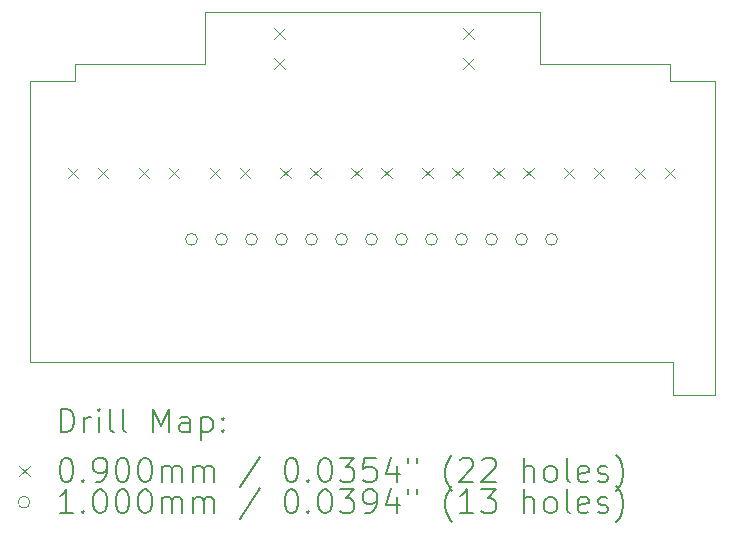
<source format=gbr>
%TF.GenerationSoftware,KiCad,Pcbnew,8.0.1*%
%TF.CreationDate,2024-06-04T21:42:47+02:00*%
%TF.ProjectId,BMW E30 VFL SI Indicator,424d5720-4533-4302-9056-464c20534920,rev?*%
%TF.SameCoordinates,Original*%
%TF.FileFunction,Drillmap*%
%TF.FilePolarity,Positive*%
%FSLAX45Y45*%
G04 Gerber Fmt 4.5, Leading zero omitted, Abs format (unit mm)*
G04 Created by KiCad (PCBNEW 8.0.1) date 2024-06-04 21:42:47*
%MOMM*%
%LPD*%
G01*
G04 APERTURE LIST*
%ADD10C,0.050000*%
%ADD11C,0.200000*%
%ADD12C,0.100000*%
G04 APERTURE END LIST*
D10*
X12520000Y-7820000D02*
X12520000Y-7680000D01*
X17940000Y-10480000D02*
X17940000Y-7820000D01*
X17580000Y-10200000D02*
X17580000Y-10480000D01*
X13620000Y-7240000D02*
X16460000Y-7240000D01*
X17560000Y-7820000D02*
X17560000Y-7680000D01*
X16460000Y-7680000D02*
X16460000Y-7240000D01*
X12140000Y-7820000D02*
X12520000Y-7820000D01*
X17580000Y-10480000D02*
X17940000Y-10480000D01*
X17940000Y-7820000D02*
X17560000Y-7820000D01*
X17560000Y-7680000D02*
X16460000Y-7680000D01*
X12520000Y-7680000D02*
X13620000Y-7680000D01*
X12140000Y-10200000D02*
X12140000Y-7820000D01*
X12140000Y-10200000D02*
X17580000Y-10200000D01*
X13620000Y-7680000D02*
X13620000Y-7240000D01*
D11*
D12*
X12458500Y-8555000D02*
X12548500Y-8645000D01*
X12548500Y-8555000D02*
X12458500Y-8645000D01*
X12712500Y-8555000D02*
X12802500Y-8645000D01*
X12802500Y-8555000D02*
X12712500Y-8645000D01*
X13058500Y-8555000D02*
X13148500Y-8645000D01*
X13148500Y-8555000D02*
X13058500Y-8645000D01*
X13312500Y-8555000D02*
X13402500Y-8645000D01*
X13402500Y-8555000D02*
X13312500Y-8645000D01*
X13658500Y-8555000D02*
X13748500Y-8645000D01*
X13748500Y-8555000D02*
X13658500Y-8645000D01*
X13912500Y-8555000D02*
X14002500Y-8645000D01*
X14002500Y-8555000D02*
X13912500Y-8645000D01*
X14205000Y-7371000D02*
X14295000Y-7461000D01*
X14295000Y-7371000D02*
X14205000Y-7461000D01*
X14205000Y-7625000D02*
X14295000Y-7715000D01*
X14295000Y-7625000D02*
X14205000Y-7715000D01*
X14258500Y-8555000D02*
X14348500Y-8645000D01*
X14348500Y-8555000D02*
X14258500Y-8645000D01*
X14512500Y-8555000D02*
X14602500Y-8645000D01*
X14602500Y-8555000D02*
X14512500Y-8645000D01*
X14858500Y-8555000D02*
X14948500Y-8645000D01*
X14948500Y-8555000D02*
X14858500Y-8645000D01*
X15112500Y-8555000D02*
X15202500Y-8645000D01*
X15202500Y-8555000D02*
X15112500Y-8645000D01*
X15458500Y-8555000D02*
X15548500Y-8645000D01*
X15548500Y-8555000D02*
X15458500Y-8645000D01*
X15712500Y-8555000D02*
X15802500Y-8645000D01*
X15802500Y-8555000D02*
X15712500Y-8645000D01*
X15805000Y-7371000D02*
X15895000Y-7461000D01*
X15895000Y-7371000D02*
X15805000Y-7461000D01*
X15805000Y-7625000D02*
X15895000Y-7715000D01*
X15895000Y-7625000D02*
X15805000Y-7715000D01*
X16058500Y-8555000D02*
X16148500Y-8645000D01*
X16148500Y-8555000D02*
X16058500Y-8645000D01*
X16312500Y-8555000D02*
X16402500Y-8645000D01*
X16402500Y-8555000D02*
X16312500Y-8645000D01*
X16658500Y-8555000D02*
X16748500Y-8645000D01*
X16748500Y-8555000D02*
X16658500Y-8645000D01*
X16912500Y-8555000D02*
X17002500Y-8645000D01*
X17002500Y-8555000D02*
X16912500Y-8645000D01*
X17258500Y-8555000D02*
X17348500Y-8645000D01*
X17348500Y-8555000D02*
X17258500Y-8645000D01*
X17512500Y-8555000D02*
X17602500Y-8645000D01*
X17602500Y-8555000D02*
X17512500Y-8645000D01*
X13556000Y-9160000D02*
G75*
G02*
X13456000Y-9160000I-50000J0D01*
G01*
X13456000Y-9160000D02*
G75*
G02*
X13556000Y-9160000I50000J0D01*
G01*
X13810000Y-9160000D02*
G75*
G02*
X13710000Y-9160000I-50000J0D01*
G01*
X13710000Y-9160000D02*
G75*
G02*
X13810000Y-9160000I50000J0D01*
G01*
X14064000Y-9160000D02*
G75*
G02*
X13964000Y-9160000I-50000J0D01*
G01*
X13964000Y-9160000D02*
G75*
G02*
X14064000Y-9160000I50000J0D01*
G01*
X14318000Y-9160000D02*
G75*
G02*
X14218000Y-9160000I-50000J0D01*
G01*
X14218000Y-9160000D02*
G75*
G02*
X14318000Y-9160000I50000J0D01*
G01*
X14572000Y-9160000D02*
G75*
G02*
X14472000Y-9160000I-50000J0D01*
G01*
X14472000Y-9160000D02*
G75*
G02*
X14572000Y-9160000I50000J0D01*
G01*
X14826000Y-9160000D02*
G75*
G02*
X14726000Y-9160000I-50000J0D01*
G01*
X14726000Y-9160000D02*
G75*
G02*
X14826000Y-9160000I50000J0D01*
G01*
X15080000Y-9160000D02*
G75*
G02*
X14980000Y-9160000I-50000J0D01*
G01*
X14980000Y-9160000D02*
G75*
G02*
X15080000Y-9160000I50000J0D01*
G01*
X15334000Y-9160000D02*
G75*
G02*
X15234000Y-9160000I-50000J0D01*
G01*
X15234000Y-9160000D02*
G75*
G02*
X15334000Y-9160000I50000J0D01*
G01*
X15588000Y-9160000D02*
G75*
G02*
X15488000Y-9160000I-50000J0D01*
G01*
X15488000Y-9160000D02*
G75*
G02*
X15588000Y-9160000I50000J0D01*
G01*
X15842000Y-9160000D02*
G75*
G02*
X15742000Y-9160000I-50000J0D01*
G01*
X15742000Y-9160000D02*
G75*
G02*
X15842000Y-9160000I50000J0D01*
G01*
X16096000Y-9160000D02*
G75*
G02*
X15996000Y-9160000I-50000J0D01*
G01*
X15996000Y-9160000D02*
G75*
G02*
X16096000Y-9160000I50000J0D01*
G01*
X16350000Y-9160000D02*
G75*
G02*
X16250000Y-9160000I-50000J0D01*
G01*
X16250000Y-9160000D02*
G75*
G02*
X16350000Y-9160000I50000J0D01*
G01*
X16604000Y-9160000D02*
G75*
G02*
X16504000Y-9160000I-50000J0D01*
G01*
X16504000Y-9160000D02*
G75*
G02*
X16604000Y-9160000I50000J0D01*
G01*
D11*
X12398277Y-10793984D02*
X12398277Y-10593984D01*
X12398277Y-10593984D02*
X12445896Y-10593984D01*
X12445896Y-10593984D02*
X12474467Y-10603508D01*
X12474467Y-10603508D02*
X12493515Y-10622555D01*
X12493515Y-10622555D02*
X12503039Y-10641603D01*
X12503039Y-10641603D02*
X12512562Y-10679698D01*
X12512562Y-10679698D02*
X12512562Y-10708270D01*
X12512562Y-10708270D02*
X12503039Y-10746365D01*
X12503039Y-10746365D02*
X12493515Y-10765412D01*
X12493515Y-10765412D02*
X12474467Y-10784460D01*
X12474467Y-10784460D02*
X12445896Y-10793984D01*
X12445896Y-10793984D02*
X12398277Y-10793984D01*
X12598277Y-10793984D02*
X12598277Y-10660650D01*
X12598277Y-10698746D02*
X12607801Y-10679698D01*
X12607801Y-10679698D02*
X12617324Y-10670174D01*
X12617324Y-10670174D02*
X12636372Y-10660650D01*
X12636372Y-10660650D02*
X12655420Y-10660650D01*
X12722086Y-10793984D02*
X12722086Y-10660650D01*
X12722086Y-10593984D02*
X12712562Y-10603508D01*
X12712562Y-10603508D02*
X12722086Y-10613031D01*
X12722086Y-10613031D02*
X12731610Y-10603508D01*
X12731610Y-10603508D02*
X12722086Y-10593984D01*
X12722086Y-10593984D02*
X12722086Y-10613031D01*
X12845896Y-10793984D02*
X12826848Y-10784460D01*
X12826848Y-10784460D02*
X12817324Y-10765412D01*
X12817324Y-10765412D02*
X12817324Y-10593984D01*
X12950658Y-10793984D02*
X12931610Y-10784460D01*
X12931610Y-10784460D02*
X12922086Y-10765412D01*
X12922086Y-10765412D02*
X12922086Y-10593984D01*
X13179229Y-10793984D02*
X13179229Y-10593984D01*
X13179229Y-10593984D02*
X13245896Y-10736841D01*
X13245896Y-10736841D02*
X13312562Y-10593984D01*
X13312562Y-10593984D02*
X13312562Y-10793984D01*
X13493515Y-10793984D02*
X13493515Y-10689222D01*
X13493515Y-10689222D02*
X13483991Y-10670174D01*
X13483991Y-10670174D02*
X13464943Y-10660650D01*
X13464943Y-10660650D02*
X13426848Y-10660650D01*
X13426848Y-10660650D02*
X13407801Y-10670174D01*
X13493515Y-10784460D02*
X13474467Y-10793984D01*
X13474467Y-10793984D02*
X13426848Y-10793984D01*
X13426848Y-10793984D02*
X13407801Y-10784460D01*
X13407801Y-10784460D02*
X13398277Y-10765412D01*
X13398277Y-10765412D02*
X13398277Y-10746365D01*
X13398277Y-10746365D02*
X13407801Y-10727317D01*
X13407801Y-10727317D02*
X13426848Y-10717793D01*
X13426848Y-10717793D02*
X13474467Y-10717793D01*
X13474467Y-10717793D02*
X13493515Y-10708270D01*
X13588753Y-10660650D02*
X13588753Y-10860650D01*
X13588753Y-10670174D02*
X13607801Y-10660650D01*
X13607801Y-10660650D02*
X13645896Y-10660650D01*
X13645896Y-10660650D02*
X13664943Y-10670174D01*
X13664943Y-10670174D02*
X13674467Y-10679698D01*
X13674467Y-10679698D02*
X13683991Y-10698746D01*
X13683991Y-10698746D02*
X13683991Y-10755889D01*
X13683991Y-10755889D02*
X13674467Y-10774936D01*
X13674467Y-10774936D02*
X13664943Y-10784460D01*
X13664943Y-10784460D02*
X13645896Y-10793984D01*
X13645896Y-10793984D02*
X13607801Y-10793984D01*
X13607801Y-10793984D02*
X13588753Y-10784460D01*
X13769705Y-10774936D02*
X13779229Y-10784460D01*
X13779229Y-10784460D02*
X13769705Y-10793984D01*
X13769705Y-10793984D02*
X13760182Y-10784460D01*
X13760182Y-10784460D02*
X13769705Y-10774936D01*
X13769705Y-10774936D02*
X13769705Y-10793984D01*
X13769705Y-10670174D02*
X13779229Y-10679698D01*
X13779229Y-10679698D02*
X13769705Y-10689222D01*
X13769705Y-10689222D02*
X13760182Y-10679698D01*
X13760182Y-10679698D02*
X13769705Y-10670174D01*
X13769705Y-10670174D02*
X13769705Y-10689222D01*
D12*
X12047500Y-11077500D02*
X12137500Y-11167500D01*
X12137500Y-11077500D02*
X12047500Y-11167500D01*
D11*
X12436372Y-11013984D02*
X12455420Y-11013984D01*
X12455420Y-11013984D02*
X12474467Y-11023508D01*
X12474467Y-11023508D02*
X12483991Y-11033031D01*
X12483991Y-11033031D02*
X12493515Y-11052079D01*
X12493515Y-11052079D02*
X12503039Y-11090174D01*
X12503039Y-11090174D02*
X12503039Y-11137793D01*
X12503039Y-11137793D02*
X12493515Y-11175889D01*
X12493515Y-11175889D02*
X12483991Y-11194936D01*
X12483991Y-11194936D02*
X12474467Y-11204460D01*
X12474467Y-11204460D02*
X12455420Y-11213984D01*
X12455420Y-11213984D02*
X12436372Y-11213984D01*
X12436372Y-11213984D02*
X12417324Y-11204460D01*
X12417324Y-11204460D02*
X12407801Y-11194936D01*
X12407801Y-11194936D02*
X12398277Y-11175889D01*
X12398277Y-11175889D02*
X12388753Y-11137793D01*
X12388753Y-11137793D02*
X12388753Y-11090174D01*
X12388753Y-11090174D02*
X12398277Y-11052079D01*
X12398277Y-11052079D02*
X12407801Y-11033031D01*
X12407801Y-11033031D02*
X12417324Y-11023508D01*
X12417324Y-11023508D02*
X12436372Y-11013984D01*
X12588753Y-11194936D02*
X12598277Y-11204460D01*
X12598277Y-11204460D02*
X12588753Y-11213984D01*
X12588753Y-11213984D02*
X12579229Y-11204460D01*
X12579229Y-11204460D02*
X12588753Y-11194936D01*
X12588753Y-11194936D02*
X12588753Y-11213984D01*
X12693515Y-11213984D02*
X12731610Y-11213984D01*
X12731610Y-11213984D02*
X12750658Y-11204460D01*
X12750658Y-11204460D02*
X12760182Y-11194936D01*
X12760182Y-11194936D02*
X12779229Y-11166365D01*
X12779229Y-11166365D02*
X12788753Y-11128270D01*
X12788753Y-11128270D02*
X12788753Y-11052079D01*
X12788753Y-11052079D02*
X12779229Y-11033031D01*
X12779229Y-11033031D02*
X12769705Y-11023508D01*
X12769705Y-11023508D02*
X12750658Y-11013984D01*
X12750658Y-11013984D02*
X12712562Y-11013984D01*
X12712562Y-11013984D02*
X12693515Y-11023508D01*
X12693515Y-11023508D02*
X12683991Y-11033031D01*
X12683991Y-11033031D02*
X12674467Y-11052079D01*
X12674467Y-11052079D02*
X12674467Y-11099698D01*
X12674467Y-11099698D02*
X12683991Y-11118746D01*
X12683991Y-11118746D02*
X12693515Y-11128270D01*
X12693515Y-11128270D02*
X12712562Y-11137793D01*
X12712562Y-11137793D02*
X12750658Y-11137793D01*
X12750658Y-11137793D02*
X12769705Y-11128270D01*
X12769705Y-11128270D02*
X12779229Y-11118746D01*
X12779229Y-11118746D02*
X12788753Y-11099698D01*
X12912562Y-11013984D02*
X12931610Y-11013984D01*
X12931610Y-11013984D02*
X12950658Y-11023508D01*
X12950658Y-11023508D02*
X12960182Y-11033031D01*
X12960182Y-11033031D02*
X12969705Y-11052079D01*
X12969705Y-11052079D02*
X12979229Y-11090174D01*
X12979229Y-11090174D02*
X12979229Y-11137793D01*
X12979229Y-11137793D02*
X12969705Y-11175889D01*
X12969705Y-11175889D02*
X12960182Y-11194936D01*
X12960182Y-11194936D02*
X12950658Y-11204460D01*
X12950658Y-11204460D02*
X12931610Y-11213984D01*
X12931610Y-11213984D02*
X12912562Y-11213984D01*
X12912562Y-11213984D02*
X12893515Y-11204460D01*
X12893515Y-11204460D02*
X12883991Y-11194936D01*
X12883991Y-11194936D02*
X12874467Y-11175889D01*
X12874467Y-11175889D02*
X12864943Y-11137793D01*
X12864943Y-11137793D02*
X12864943Y-11090174D01*
X12864943Y-11090174D02*
X12874467Y-11052079D01*
X12874467Y-11052079D02*
X12883991Y-11033031D01*
X12883991Y-11033031D02*
X12893515Y-11023508D01*
X12893515Y-11023508D02*
X12912562Y-11013984D01*
X13103039Y-11013984D02*
X13122086Y-11013984D01*
X13122086Y-11013984D02*
X13141134Y-11023508D01*
X13141134Y-11023508D02*
X13150658Y-11033031D01*
X13150658Y-11033031D02*
X13160182Y-11052079D01*
X13160182Y-11052079D02*
X13169705Y-11090174D01*
X13169705Y-11090174D02*
X13169705Y-11137793D01*
X13169705Y-11137793D02*
X13160182Y-11175889D01*
X13160182Y-11175889D02*
X13150658Y-11194936D01*
X13150658Y-11194936D02*
X13141134Y-11204460D01*
X13141134Y-11204460D02*
X13122086Y-11213984D01*
X13122086Y-11213984D02*
X13103039Y-11213984D01*
X13103039Y-11213984D02*
X13083991Y-11204460D01*
X13083991Y-11204460D02*
X13074467Y-11194936D01*
X13074467Y-11194936D02*
X13064943Y-11175889D01*
X13064943Y-11175889D02*
X13055420Y-11137793D01*
X13055420Y-11137793D02*
X13055420Y-11090174D01*
X13055420Y-11090174D02*
X13064943Y-11052079D01*
X13064943Y-11052079D02*
X13074467Y-11033031D01*
X13074467Y-11033031D02*
X13083991Y-11023508D01*
X13083991Y-11023508D02*
X13103039Y-11013984D01*
X13255420Y-11213984D02*
X13255420Y-11080650D01*
X13255420Y-11099698D02*
X13264943Y-11090174D01*
X13264943Y-11090174D02*
X13283991Y-11080650D01*
X13283991Y-11080650D02*
X13312563Y-11080650D01*
X13312563Y-11080650D02*
X13331610Y-11090174D01*
X13331610Y-11090174D02*
X13341134Y-11109222D01*
X13341134Y-11109222D02*
X13341134Y-11213984D01*
X13341134Y-11109222D02*
X13350658Y-11090174D01*
X13350658Y-11090174D02*
X13369705Y-11080650D01*
X13369705Y-11080650D02*
X13398277Y-11080650D01*
X13398277Y-11080650D02*
X13417324Y-11090174D01*
X13417324Y-11090174D02*
X13426848Y-11109222D01*
X13426848Y-11109222D02*
X13426848Y-11213984D01*
X13522086Y-11213984D02*
X13522086Y-11080650D01*
X13522086Y-11099698D02*
X13531610Y-11090174D01*
X13531610Y-11090174D02*
X13550658Y-11080650D01*
X13550658Y-11080650D02*
X13579229Y-11080650D01*
X13579229Y-11080650D02*
X13598277Y-11090174D01*
X13598277Y-11090174D02*
X13607801Y-11109222D01*
X13607801Y-11109222D02*
X13607801Y-11213984D01*
X13607801Y-11109222D02*
X13617324Y-11090174D01*
X13617324Y-11090174D02*
X13636372Y-11080650D01*
X13636372Y-11080650D02*
X13664943Y-11080650D01*
X13664943Y-11080650D02*
X13683991Y-11090174D01*
X13683991Y-11090174D02*
X13693515Y-11109222D01*
X13693515Y-11109222D02*
X13693515Y-11213984D01*
X14083991Y-11004460D02*
X13912563Y-11261603D01*
X14341134Y-11013984D02*
X14360182Y-11013984D01*
X14360182Y-11013984D02*
X14379229Y-11023508D01*
X14379229Y-11023508D02*
X14388753Y-11033031D01*
X14388753Y-11033031D02*
X14398277Y-11052079D01*
X14398277Y-11052079D02*
X14407801Y-11090174D01*
X14407801Y-11090174D02*
X14407801Y-11137793D01*
X14407801Y-11137793D02*
X14398277Y-11175889D01*
X14398277Y-11175889D02*
X14388753Y-11194936D01*
X14388753Y-11194936D02*
X14379229Y-11204460D01*
X14379229Y-11204460D02*
X14360182Y-11213984D01*
X14360182Y-11213984D02*
X14341134Y-11213984D01*
X14341134Y-11213984D02*
X14322086Y-11204460D01*
X14322086Y-11204460D02*
X14312563Y-11194936D01*
X14312563Y-11194936D02*
X14303039Y-11175889D01*
X14303039Y-11175889D02*
X14293515Y-11137793D01*
X14293515Y-11137793D02*
X14293515Y-11090174D01*
X14293515Y-11090174D02*
X14303039Y-11052079D01*
X14303039Y-11052079D02*
X14312563Y-11033031D01*
X14312563Y-11033031D02*
X14322086Y-11023508D01*
X14322086Y-11023508D02*
X14341134Y-11013984D01*
X14493515Y-11194936D02*
X14503039Y-11204460D01*
X14503039Y-11204460D02*
X14493515Y-11213984D01*
X14493515Y-11213984D02*
X14483991Y-11204460D01*
X14483991Y-11204460D02*
X14493515Y-11194936D01*
X14493515Y-11194936D02*
X14493515Y-11213984D01*
X14626848Y-11013984D02*
X14645896Y-11013984D01*
X14645896Y-11013984D02*
X14664944Y-11023508D01*
X14664944Y-11023508D02*
X14674467Y-11033031D01*
X14674467Y-11033031D02*
X14683991Y-11052079D01*
X14683991Y-11052079D02*
X14693515Y-11090174D01*
X14693515Y-11090174D02*
X14693515Y-11137793D01*
X14693515Y-11137793D02*
X14683991Y-11175889D01*
X14683991Y-11175889D02*
X14674467Y-11194936D01*
X14674467Y-11194936D02*
X14664944Y-11204460D01*
X14664944Y-11204460D02*
X14645896Y-11213984D01*
X14645896Y-11213984D02*
X14626848Y-11213984D01*
X14626848Y-11213984D02*
X14607801Y-11204460D01*
X14607801Y-11204460D02*
X14598277Y-11194936D01*
X14598277Y-11194936D02*
X14588753Y-11175889D01*
X14588753Y-11175889D02*
X14579229Y-11137793D01*
X14579229Y-11137793D02*
X14579229Y-11090174D01*
X14579229Y-11090174D02*
X14588753Y-11052079D01*
X14588753Y-11052079D02*
X14598277Y-11033031D01*
X14598277Y-11033031D02*
X14607801Y-11023508D01*
X14607801Y-11023508D02*
X14626848Y-11013984D01*
X14760182Y-11013984D02*
X14883991Y-11013984D01*
X14883991Y-11013984D02*
X14817325Y-11090174D01*
X14817325Y-11090174D02*
X14845896Y-11090174D01*
X14845896Y-11090174D02*
X14864944Y-11099698D01*
X14864944Y-11099698D02*
X14874467Y-11109222D01*
X14874467Y-11109222D02*
X14883991Y-11128270D01*
X14883991Y-11128270D02*
X14883991Y-11175889D01*
X14883991Y-11175889D02*
X14874467Y-11194936D01*
X14874467Y-11194936D02*
X14864944Y-11204460D01*
X14864944Y-11204460D02*
X14845896Y-11213984D01*
X14845896Y-11213984D02*
X14788753Y-11213984D01*
X14788753Y-11213984D02*
X14769706Y-11204460D01*
X14769706Y-11204460D02*
X14760182Y-11194936D01*
X15064944Y-11013984D02*
X14969706Y-11013984D01*
X14969706Y-11013984D02*
X14960182Y-11109222D01*
X14960182Y-11109222D02*
X14969706Y-11099698D01*
X14969706Y-11099698D02*
X14988753Y-11090174D01*
X14988753Y-11090174D02*
X15036372Y-11090174D01*
X15036372Y-11090174D02*
X15055420Y-11099698D01*
X15055420Y-11099698D02*
X15064944Y-11109222D01*
X15064944Y-11109222D02*
X15074467Y-11128270D01*
X15074467Y-11128270D02*
X15074467Y-11175889D01*
X15074467Y-11175889D02*
X15064944Y-11194936D01*
X15064944Y-11194936D02*
X15055420Y-11204460D01*
X15055420Y-11204460D02*
X15036372Y-11213984D01*
X15036372Y-11213984D02*
X14988753Y-11213984D01*
X14988753Y-11213984D02*
X14969706Y-11204460D01*
X14969706Y-11204460D02*
X14960182Y-11194936D01*
X15245896Y-11080650D02*
X15245896Y-11213984D01*
X15198277Y-11004460D02*
X15150658Y-11147317D01*
X15150658Y-11147317D02*
X15274467Y-11147317D01*
X15341134Y-11013984D02*
X15341134Y-11052079D01*
X15417325Y-11013984D02*
X15417325Y-11052079D01*
X15712563Y-11290174D02*
X15703039Y-11280650D01*
X15703039Y-11280650D02*
X15683991Y-11252079D01*
X15683991Y-11252079D02*
X15674468Y-11233031D01*
X15674468Y-11233031D02*
X15664944Y-11204460D01*
X15664944Y-11204460D02*
X15655420Y-11156841D01*
X15655420Y-11156841D02*
X15655420Y-11118746D01*
X15655420Y-11118746D02*
X15664944Y-11071127D01*
X15664944Y-11071127D02*
X15674468Y-11042555D01*
X15674468Y-11042555D02*
X15683991Y-11023508D01*
X15683991Y-11023508D02*
X15703039Y-10994936D01*
X15703039Y-10994936D02*
X15712563Y-10985412D01*
X15779229Y-11033031D02*
X15788753Y-11023508D01*
X15788753Y-11023508D02*
X15807801Y-11013984D01*
X15807801Y-11013984D02*
X15855420Y-11013984D01*
X15855420Y-11013984D02*
X15874468Y-11023508D01*
X15874468Y-11023508D02*
X15883991Y-11033031D01*
X15883991Y-11033031D02*
X15893515Y-11052079D01*
X15893515Y-11052079D02*
X15893515Y-11071127D01*
X15893515Y-11071127D02*
X15883991Y-11099698D01*
X15883991Y-11099698D02*
X15769706Y-11213984D01*
X15769706Y-11213984D02*
X15893515Y-11213984D01*
X15969706Y-11033031D02*
X15979229Y-11023508D01*
X15979229Y-11023508D02*
X15998277Y-11013984D01*
X15998277Y-11013984D02*
X16045896Y-11013984D01*
X16045896Y-11013984D02*
X16064944Y-11023508D01*
X16064944Y-11023508D02*
X16074468Y-11033031D01*
X16074468Y-11033031D02*
X16083991Y-11052079D01*
X16083991Y-11052079D02*
X16083991Y-11071127D01*
X16083991Y-11071127D02*
X16074468Y-11099698D01*
X16074468Y-11099698D02*
X15960182Y-11213984D01*
X15960182Y-11213984D02*
X16083991Y-11213984D01*
X16322087Y-11213984D02*
X16322087Y-11013984D01*
X16407801Y-11213984D02*
X16407801Y-11109222D01*
X16407801Y-11109222D02*
X16398277Y-11090174D01*
X16398277Y-11090174D02*
X16379230Y-11080650D01*
X16379230Y-11080650D02*
X16350658Y-11080650D01*
X16350658Y-11080650D02*
X16331610Y-11090174D01*
X16331610Y-11090174D02*
X16322087Y-11099698D01*
X16531610Y-11213984D02*
X16512563Y-11204460D01*
X16512563Y-11204460D02*
X16503039Y-11194936D01*
X16503039Y-11194936D02*
X16493515Y-11175889D01*
X16493515Y-11175889D02*
X16493515Y-11118746D01*
X16493515Y-11118746D02*
X16503039Y-11099698D01*
X16503039Y-11099698D02*
X16512563Y-11090174D01*
X16512563Y-11090174D02*
X16531610Y-11080650D01*
X16531610Y-11080650D02*
X16560182Y-11080650D01*
X16560182Y-11080650D02*
X16579230Y-11090174D01*
X16579230Y-11090174D02*
X16588753Y-11099698D01*
X16588753Y-11099698D02*
X16598277Y-11118746D01*
X16598277Y-11118746D02*
X16598277Y-11175889D01*
X16598277Y-11175889D02*
X16588753Y-11194936D01*
X16588753Y-11194936D02*
X16579230Y-11204460D01*
X16579230Y-11204460D02*
X16560182Y-11213984D01*
X16560182Y-11213984D02*
X16531610Y-11213984D01*
X16712563Y-11213984D02*
X16693515Y-11204460D01*
X16693515Y-11204460D02*
X16683991Y-11185412D01*
X16683991Y-11185412D02*
X16683991Y-11013984D01*
X16864944Y-11204460D02*
X16845896Y-11213984D01*
X16845896Y-11213984D02*
X16807801Y-11213984D01*
X16807801Y-11213984D02*
X16788753Y-11204460D01*
X16788753Y-11204460D02*
X16779230Y-11185412D01*
X16779230Y-11185412D02*
X16779230Y-11109222D01*
X16779230Y-11109222D02*
X16788753Y-11090174D01*
X16788753Y-11090174D02*
X16807801Y-11080650D01*
X16807801Y-11080650D02*
X16845896Y-11080650D01*
X16845896Y-11080650D02*
X16864944Y-11090174D01*
X16864944Y-11090174D02*
X16874468Y-11109222D01*
X16874468Y-11109222D02*
X16874468Y-11128270D01*
X16874468Y-11128270D02*
X16779230Y-11147317D01*
X16950658Y-11204460D02*
X16969706Y-11213984D01*
X16969706Y-11213984D02*
X17007801Y-11213984D01*
X17007801Y-11213984D02*
X17026849Y-11204460D01*
X17026849Y-11204460D02*
X17036373Y-11185412D01*
X17036373Y-11185412D02*
X17036373Y-11175889D01*
X17036373Y-11175889D02*
X17026849Y-11156841D01*
X17026849Y-11156841D02*
X17007801Y-11147317D01*
X17007801Y-11147317D02*
X16979230Y-11147317D01*
X16979230Y-11147317D02*
X16960182Y-11137793D01*
X16960182Y-11137793D02*
X16950658Y-11118746D01*
X16950658Y-11118746D02*
X16950658Y-11109222D01*
X16950658Y-11109222D02*
X16960182Y-11090174D01*
X16960182Y-11090174D02*
X16979230Y-11080650D01*
X16979230Y-11080650D02*
X17007801Y-11080650D01*
X17007801Y-11080650D02*
X17026849Y-11090174D01*
X17103039Y-11290174D02*
X17112563Y-11280650D01*
X17112563Y-11280650D02*
X17131611Y-11252079D01*
X17131611Y-11252079D02*
X17141134Y-11233031D01*
X17141134Y-11233031D02*
X17150658Y-11204460D01*
X17150658Y-11204460D02*
X17160182Y-11156841D01*
X17160182Y-11156841D02*
X17160182Y-11118746D01*
X17160182Y-11118746D02*
X17150658Y-11071127D01*
X17150658Y-11071127D02*
X17141134Y-11042555D01*
X17141134Y-11042555D02*
X17131611Y-11023508D01*
X17131611Y-11023508D02*
X17112563Y-10994936D01*
X17112563Y-10994936D02*
X17103039Y-10985412D01*
D12*
X12137500Y-11386500D02*
G75*
G02*
X12037500Y-11386500I-50000J0D01*
G01*
X12037500Y-11386500D02*
G75*
G02*
X12137500Y-11386500I50000J0D01*
G01*
D11*
X12503039Y-11477984D02*
X12388753Y-11477984D01*
X12445896Y-11477984D02*
X12445896Y-11277984D01*
X12445896Y-11277984D02*
X12426848Y-11306555D01*
X12426848Y-11306555D02*
X12407801Y-11325603D01*
X12407801Y-11325603D02*
X12388753Y-11335127D01*
X12588753Y-11458936D02*
X12598277Y-11468460D01*
X12598277Y-11468460D02*
X12588753Y-11477984D01*
X12588753Y-11477984D02*
X12579229Y-11468460D01*
X12579229Y-11468460D02*
X12588753Y-11458936D01*
X12588753Y-11458936D02*
X12588753Y-11477984D01*
X12722086Y-11277984D02*
X12741134Y-11277984D01*
X12741134Y-11277984D02*
X12760182Y-11287508D01*
X12760182Y-11287508D02*
X12769705Y-11297031D01*
X12769705Y-11297031D02*
X12779229Y-11316079D01*
X12779229Y-11316079D02*
X12788753Y-11354174D01*
X12788753Y-11354174D02*
X12788753Y-11401793D01*
X12788753Y-11401793D02*
X12779229Y-11439888D01*
X12779229Y-11439888D02*
X12769705Y-11458936D01*
X12769705Y-11458936D02*
X12760182Y-11468460D01*
X12760182Y-11468460D02*
X12741134Y-11477984D01*
X12741134Y-11477984D02*
X12722086Y-11477984D01*
X12722086Y-11477984D02*
X12703039Y-11468460D01*
X12703039Y-11468460D02*
X12693515Y-11458936D01*
X12693515Y-11458936D02*
X12683991Y-11439888D01*
X12683991Y-11439888D02*
X12674467Y-11401793D01*
X12674467Y-11401793D02*
X12674467Y-11354174D01*
X12674467Y-11354174D02*
X12683991Y-11316079D01*
X12683991Y-11316079D02*
X12693515Y-11297031D01*
X12693515Y-11297031D02*
X12703039Y-11287508D01*
X12703039Y-11287508D02*
X12722086Y-11277984D01*
X12912562Y-11277984D02*
X12931610Y-11277984D01*
X12931610Y-11277984D02*
X12950658Y-11287508D01*
X12950658Y-11287508D02*
X12960182Y-11297031D01*
X12960182Y-11297031D02*
X12969705Y-11316079D01*
X12969705Y-11316079D02*
X12979229Y-11354174D01*
X12979229Y-11354174D02*
X12979229Y-11401793D01*
X12979229Y-11401793D02*
X12969705Y-11439888D01*
X12969705Y-11439888D02*
X12960182Y-11458936D01*
X12960182Y-11458936D02*
X12950658Y-11468460D01*
X12950658Y-11468460D02*
X12931610Y-11477984D01*
X12931610Y-11477984D02*
X12912562Y-11477984D01*
X12912562Y-11477984D02*
X12893515Y-11468460D01*
X12893515Y-11468460D02*
X12883991Y-11458936D01*
X12883991Y-11458936D02*
X12874467Y-11439888D01*
X12874467Y-11439888D02*
X12864943Y-11401793D01*
X12864943Y-11401793D02*
X12864943Y-11354174D01*
X12864943Y-11354174D02*
X12874467Y-11316079D01*
X12874467Y-11316079D02*
X12883991Y-11297031D01*
X12883991Y-11297031D02*
X12893515Y-11287508D01*
X12893515Y-11287508D02*
X12912562Y-11277984D01*
X13103039Y-11277984D02*
X13122086Y-11277984D01*
X13122086Y-11277984D02*
X13141134Y-11287508D01*
X13141134Y-11287508D02*
X13150658Y-11297031D01*
X13150658Y-11297031D02*
X13160182Y-11316079D01*
X13160182Y-11316079D02*
X13169705Y-11354174D01*
X13169705Y-11354174D02*
X13169705Y-11401793D01*
X13169705Y-11401793D02*
X13160182Y-11439888D01*
X13160182Y-11439888D02*
X13150658Y-11458936D01*
X13150658Y-11458936D02*
X13141134Y-11468460D01*
X13141134Y-11468460D02*
X13122086Y-11477984D01*
X13122086Y-11477984D02*
X13103039Y-11477984D01*
X13103039Y-11477984D02*
X13083991Y-11468460D01*
X13083991Y-11468460D02*
X13074467Y-11458936D01*
X13074467Y-11458936D02*
X13064943Y-11439888D01*
X13064943Y-11439888D02*
X13055420Y-11401793D01*
X13055420Y-11401793D02*
X13055420Y-11354174D01*
X13055420Y-11354174D02*
X13064943Y-11316079D01*
X13064943Y-11316079D02*
X13074467Y-11297031D01*
X13074467Y-11297031D02*
X13083991Y-11287508D01*
X13083991Y-11287508D02*
X13103039Y-11277984D01*
X13255420Y-11477984D02*
X13255420Y-11344650D01*
X13255420Y-11363698D02*
X13264943Y-11354174D01*
X13264943Y-11354174D02*
X13283991Y-11344650D01*
X13283991Y-11344650D02*
X13312563Y-11344650D01*
X13312563Y-11344650D02*
X13331610Y-11354174D01*
X13331610Y-11354174D02*
X13341134Y-11373222D01*
X13341134Y-11373222D02*
X13341134Y-11477984D01*
X13341134Y-11373222D02*
X13350658Y-11354174D01*
X13350658Y-11354174D02*
X13369705Y-11344650D01*
X13369705Y-11344650D02*
X13398277Y-11344650D01*
X13398277Y-11344650D02*
X13417324Y-11354174D01*
X13417324Y-11354174D02*
X13426848Y-11373222D01*
X13426848Y-11373222D02*
X13426848Y-11477984D01*
X13522086Y-11477984D02*
X13522086Y-11344650D01*
X13522086Y-11363698D02*
X13531610Y-11354174D01*
X13531610Y-11354174D02*
X13550658Y-11344650D01*
X13550658Y-11344650D02*
X13579229Y-11344650D01*
X13579229Y-11344650D02*
X13598277Y-11354174D01*
X13598277Y-11354174D02*
X13607801Y-11373222D01*
X13607801Y-11373222D02*
X13607801Y-11477984D01*
X13607801Y-11373222D02*
X13617324Y-11354174D01*
X13617324Y-11354174D02*
X13636372Y-11344650D01*
X13636372Y-11344650D02*
X13664943Y-11344650D01*
X13664943Y-11344650D02*
X13683991Y-11354174D01*
X13683991Y-11354174D02*
X13693515Y-11373222D01*
X13693515Y-11373222D02*
X13693515Y-11477984D01*
X14083991Y-11268460D02*
X13912563Y-11525603D01*
X14341134Y-11277984D02*
X14360182Y-11277984D01*
X14360182Y-11277984D02*
X14379229Y-11287508D01*
X14379229Y-11287508D02*
X14388753Y-11297031D01*
X14388753Y-11297031D02*
X14398277Y-11316079D01*
X14398277Y-11316079D02*
X14407801Y-11354174D01*
X14407801Y-11354174D02*
X14407801Y-11401793D01*
X14407801Y-11401793D02*
X14398277Y-11439888D01*
X14398277Y-11439888D02*
X14388753Y-11458936D01*
X14388753Y-11458936D02*
X14379229Y-11468460D01*
X14379229Y-11468460D02*
X14360182Y-11477984D01*
X14360182Y-11477984D02*
X14341134Y-11477984D01*
X14341134Y-11477984D02*
X14322086Y-11468460D01*
X14322086Y-11468460D02*
X14312563Y-11458936D01*
X14312563Y-11458936D02*
X14303039Y-11439888D01*
X14303039Y-11439888D02*
X14293515Y-11401793D01*
X14293515Y-11401793D02*
X14293515Y-11354174D01*
X14293515Y-11354174D02*
X14303039Y-11316079D01*
X14303039Y-11316079D02*
X14312563Y-11297031D01*
X14312563Y-11297031D02*
X14322086Y-11287508D01*
X14322086Y-11287508D02*
X14341134Y-11277984D01*
X14493515Y-11458936D02*
X14503039Y-11468460D01*
X14503039Y-11468460D02*
X14493515Y-11477984D01*
X14493515Y-11477984D02*
X14483991Y-11468460D01*
X14483991Y-11468460D02*
X14493515Y-11458936D01*
X14493515Y-11458936D02*
X14493515Y-11477984D01*
X14626848Y-11277984D02*
X14645896Y-11277984D01*
X14645896Y-11277984D02*
X14664944Y-11287508D01*
X14664944Y-11287508D02*
X14674467Y-11297031D01*
X14674467Y-11297031D02*
X14683991Y-11316079D01*
X14683991Y-11316079D02*
X14693515Y-11354174D01*
X14693515Y-11354174D02*
X14693515Y-11401793D01*
X14693515Y-11401793D02*
X14683991Y-11439888D01*
X14683991Y-11439888D02*
X14674467Y-11458936D01*
X14674467Y-11458936D02*
X14664944Y-11468460D01*
X14664944Y-11468460D02*
X14645896Y-11477984D01*
X14645896Y-11477984D02*
X14626848Y-11477984D01*
X14626848Y-11477984D02*
X14607801Y-11468460D01*
X14607801Y-11468460D02*
X14598277Y-11458936D01*
X14598277Y-11458936D02*
X14588753Y-11439888D01*
X14588753Y-11439888D02*
X14579229Y-11401793D01*
X14579229Y-11401793D02*
X14579229Y-11354174D01*
X14579229Y-11354174D02*
X14588753Y-11316079D01*
X14588753Y-11316079D02*
X14598277Y-11297031D01*
X14598277Y-11297031D02*
X14607801Y-11287508D01*
X14607801Y-11287508D02*
X14626848Y-11277984D01*
X14760182Y-11277984D02*
X14883991Y-11277984D01*
X14883991Y-11277984D02*
X14817325Y-11354174D01*
X14817325Y-11354174D02*
X14845896Y-11354174D01*
X14845896Y-11354174D02*
X14864944Y-11363698D01*
X14864944Y-11363698D02*
X14874467Y-11373222D01*
X14874467Y-11373222D02*
X14883991Y-11392269D01*
X14883991Y-11392269D02*
X14883991Y-11439888D01*
X14883991Y-11439888D02*
X14874467Y-11458936D01*
X14874467Y-11458936D02*
X14864944Y-11468460D01*
X14864944Y-11468460D02*
X14845896Y-11477984D01*
X14845896Y-11477984D02*
X14788753Y-11477984D01*
X14788753Y-11477984D02*
X14769706Y-11468460D01*
X14769706Y-11468460D02*
X14760182Y-11458936D01*
X14979229Y-11477984D02*
X15017325Y-11477984D01*
X15017325Y-11477984D02*
X15036372Y-11468460D01*
X15036372Y-11468460D02*
X15045896Y-11458936D01*
X15045896Y-11458936D02*
X15064944Y-11430365D01*
X15064944Y-11430365D02*
X15074467Y-11392269D01*
X15074467Y-11392269D02*
X15074467Y-11316079D01*
X15074467Y-11316079D02*
X15064944Y-11297031D01*
X15064944Y-11297031D02*
X15055420Y-11287508D01*
X15055420Y-11287508D02*
X15036372Y-11277984D01*
X15036372Y-11277984D02*
X14998277Y-11277984D01*
X14998277Y-11277984D02*
X14979229Y-11287508D01*
X14979229Y-11287508D02*
X14969706Y-11297031D01*
X14969706Y-11297031D02*
X14960182Y-11316079D01*
X14960182Y-11316079D02*
X14960182Y-11363698D01*
X14960182Y-11363698D02*
X14969706Y-11382746D01*
X14969706Y-11382746D02*
X14979229Y-11392269D01*
X14979229Y-11392269D02*
X14998277Y-11401793D01*
X14998277Y-11401793D02*
X15036372Y-11401793D01*
X15036372Y-11401793D02*
X15055420Y-11392269D01*
X15055420Y-11392269D02*
X15064944Y-11382746D01*
X15064944Y-11382746D02*
X15074467Y-11363698D01*
X15245896Y-11344650D02*
X15245896Y-11477984D01*
X15198277Y-11268460D02*
X15150658Y-11411317D01*
X15150658Y-11411317D02*
X15274467Y-11411317D01*
X15341134Y-11277984D02*
X15341134Y-11316079D01*
X15417325Y-11277984D02*
X15417325Y-11316079D01*
X15712563Y-11554174D02*
X15703039Y-11544650D01*
X15703039Y-11544650D02*
X15683991Y-11516079D01*
X15683991Y-11516079D02*
X15674468Y-11497031D01*
X15674468Y-11497031D02*
X15664944Y-11468460D01*
X15664944Y-11468460D02*
X15655420Y-11420841D01*
X15655420Y-11420841D02*
X15655420Y-11382746D01*
X15655420Y-11382746D02*
X15664944Y-11335127D01*
X15664944Y-11335127D02*
X15674468Y-11306555D01*
X15674468Y-11306555D02*
X15683991Y-11287508D01*
X15683991Y-11287508D02*
X15703039Y-11258936D01*
X15703039Y-11258936D02*
X15712563Y-11249412D01*
X15893515Y-11477984D02*
X15779229Y-11477984D01*
X15836372Y-11477984D02*
X15836372Y-11277984D01*
X15836372Y-11277984D02*
X15817325Y-11306555D01*
X15817325Y-11306555D02*
X15798277Y-11325603D01*
X15798277Y-11325603D02*
X15779229Y-11335127D01*
X15960182Y-11277984D02*
X16083991Y-11277984D01*
X16083991Y-11277984D02*
X16017325Y-11354174D01*
X16017325Y-11354174D02*
X16045896Y-11354174D01*
X16045896Y-11354174D02*
X16064944Y-11363698D01*
X16064944Y-11363698D02*
X16074468Y-11373222D01*
X16074468Y-11373222D02*
X16083991Y-11392269D01*
X16083991Y-11392269D02*
X16083991Y-11439888D01*
X16083991Y-11439888D02*
X16074468Y-11458936D01*
X16074468Y-11458936D02*
X16064944Y-11468460D01*
X16064944Y-11468460D02*
X16045896Y-11477984D01*
X16045896Y-11477984D02*
X15988753Y-11477984D01*
X15988753Y-11477984D02*
X15969706Y-11468460D01*
X15969706Y-11468460D02*
X15960182Y-11458936D01*
X16322087Y-11477984D02*
X16322087Y-11277984D01*
X16407801Y-11477984D02*
X16407801Y-11373222D01*
X16407801Y-11373222D02*
X16398277Y-11354174D01*
X16398277Y-11354174D02*
X16379230Y-11344650D01*
X16379230Y-11344650D02*
X16350658Y-11344650D01*
X16350658Y-11344650D02*
X16331610Y-11354174D01*
X16331610Y-11354174D02*
X16322087Y-11363698D01*
X16531610Y-11477984D02*
X16512563Y-11468460D01*
X16512563Y-11468460D02*
X16503039Y-11458936D01*
X16503039Y-11458936D02*
X16493515Y-11439888D01*
X16493515Y-11439888D02*
X16493515Y-11382746D01*
X16493515Y-11382746D02*
X16503039Y-11363698D01*
X16503039Y-11363698D02*
X16512563Y-11354174D01*
X16512563Y-11354174D02*
X16531610Y-11344650D01*
X16531610Y-11344650D02*
X16560182Y-11344650D01*
X16560182Y-11344650D02*
X16579230Y-11354174D01*
X16579230Y-11354174D02*
X16588753Y-11363698D01*
X16588753Y-11363698D02*
X16598277Y-11382746D01*
X16598277Y-11382746D02*
X16598277Y-11439888D01*
X16598277Y-11439888D02*
X16588753Y-11458936D01*
X16588753Y-11458936D02*
X16579230Y-11468460D01*
X16579230Y-11468460D02*
X16560182Y-11477984D01*
X16560182Y-11477984D02*
X16531610Y-11477984D01*
X16712563Y-11477984D02*
X16693515Y-11468460D01*
X16693515Y-11468460D02*
X16683991Y-11449412D01*
X16683991Y-11449412D02*
X16683991Y-11277984D01*
X16864944Y-11468460D02*
X16845896Y-11477984D01*
X16845896Y-11477984D02*
X16807801Y-11477984D01*
X16807801Y-11477984D02*
X16788753Y-11468460D01*
X16788753Y-11468460D02*
X16779230Y-11449412D01*
X16779230Y-11449412D02*
X16779230Y-11373222D01*
X16779230Y-11373222D02*
X16788753Y-11354174D01*
X16788753Y-11354174D02*
X16807801Y-11344650D01*
X16807801Y-11344650D02*
X16845896Y-11344650D01*
X16845896Y-11344650D02*
X16864944Y-11354174D01*
X16864944Y-11354174D02*
X16874468Y-11373222D01*
X16874468Y-11373222D02*
X16874468Y-11392269D01*
X16874468Y-11392269D02*
X16779230Y-11411317D01*
X16950658Y-11468460D02*
X16969706Y-11477984D01*
X16969706Y-11477984D02*
X17007801Y-11477984D01*
X17007801Y-11477984D02*
X17026849Y-11468460D01*
X17026849Y-11468460D02*
X17036373Y-11449412D01*
X17036373Y-11449412D02*
X17036373Y-11439888D01*
X17036373Y-11439888D02*
X17026849Y-11420841D01*
X17026849Y-11420841D02*
X17007801Y-11411317D01*
X17007801Y-11411317D02*
X16979230Y-11411317D01*
X16979230Y-11411317D02*
X16960182Y-11401793D01*
X16960182Y-11401793D02*
X16950658Y-11382746D01*
X16950658Y-11382746D02*
X16950658Y-11373222D01*
X16950658Y-11373222D02*
X16960182Y-11354174D01*
X16960182Y-11354174D02*
X16979230Y-11344650D01*
X16979230Y-11344650D02*
X17007801Y-11344650D01*
X17007801Y-11344650D02*
X17026849Y-11354174D01*
X17103039Y-11554174D02*
X17112563Y-11544650D01*
X17112563Y-11544650D02*
X17131611Y-11516079D01*
X17131611Y-11516079D02*
X17141134Y-11497031D01*
X17141134Y-11497031D02*
X17150658Y-11468460D01*
X17150658Y-11468460D02*
X17160182Y-11420841D01*
X17160182Y-11420841D02*
X17160182Y-11382746D01*
X17160182Y-11382746D02*
X17150658Y-11335127D01*
X17150658Y-11335127D02*
X17141134Y-11306555D01*
X17141134Y-11306555D02*
X17131611Y-11287508D01*
X17131611Y-11287508D02*
X17112563Y-11258936D01*
X17112563Y-11258936D02*
X17103039Y-11249412D01*
M02*

</source>
